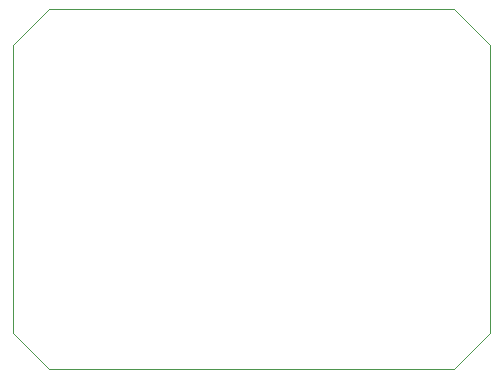
<source format=gbr>
%TF.GenerationSoftware,KiCad,Pcbnew,(6.0.0-0)*%
%TF.CreationDate,2022-03-04T21:17:09-05:00*%
%TF.ProjectId,audio-jack,61756469-6f2d-46a6-9163-6b2e6b696361,rev?*%
%TF.SameCoordinates,Original*%
%TF.FileFunction,Profile,NP*%
%FSLAX46Y46*%
G04 Gerber Fmt 4.6, Leading zero omitted, Abs format (unit mm)*
G04 Created by KiCad (PCBNEW (6.0.0-0)) date 2022-03-04 21:17:09*
%MOMM*%
%LPD*%
G01*
G04 APERTURE LIST*
%TA.AperFunction,Profile*%
%ADD10C,0.100000*%
%TD*%
G04 APERTURE END LIST*
D10*
X120015000Y-58420000D02*
X116967000Y-61468000D01*
X116967000Y-85852000D02*
X120015000Y-88900000D01*
X154305000Y-88900000D02*
X120015000Y-88900000D01*
X157353000Y-61468000D02*
X157353000Y-85852000D01*
X120015000Y-58420000D02*
X154305000Y-58420000D01*
X116967000Y-85852000D02*
X116967000Y-61468000D01*
X154305000Y-58420000D02*
X157353000Y-61468000D01*
X154305000Y-88900000D02*
X157353000Y-85852000D01*
M02*

</source>
